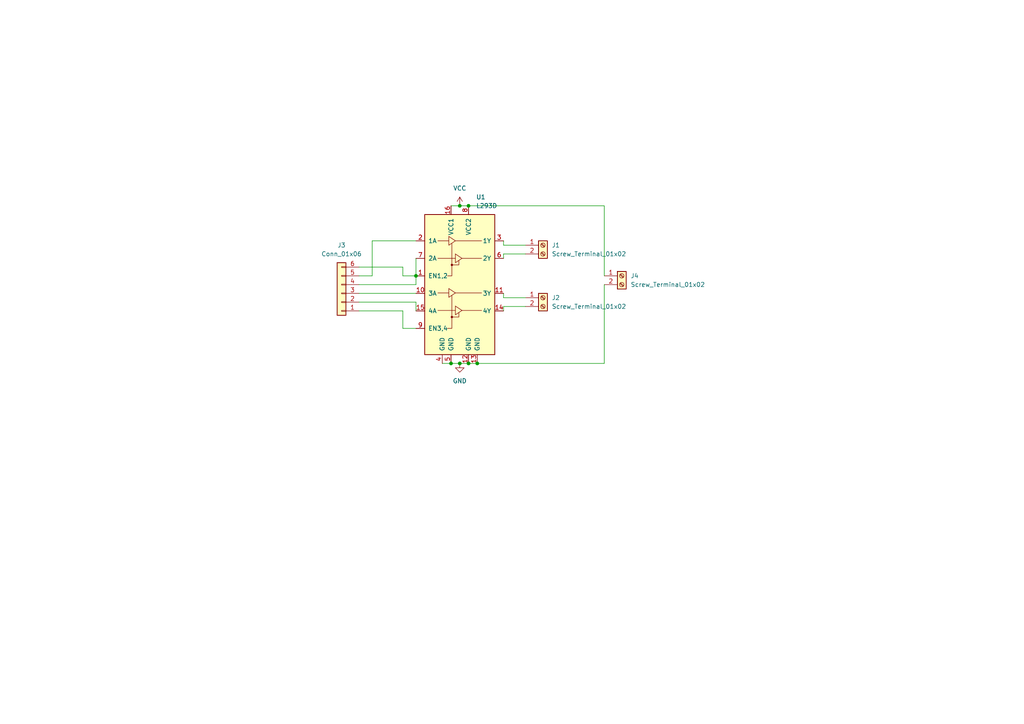
<source format=kicad_sch>
(kicad_sch (version 20231120) (generator "eeschema") (generator_version "8.0")
  (paper "A4")
  (lib_symbols
    (symbol "Connector:Screw_Terminal_01x02" (pin_names (offset 1.016) hide)
      (property "Reference" "J" (at 0 2.54 0))
      (property "Value" "Screw_Terminal_01x02" (at 0 -5.08 0))
      (symbol "Screw_Terminal_01x02_1_1"
        (rectangle (start -1.27 1.27) (end 1.27 -3.81) (stroke (width 0.254)) (fill (type background)))
        (circle (center 0 -2.54) (radius 0.635) (stroke (width 0.1524)))
        (polyline (pts (xy -0.5334 -2.2098) (xy 0.3302 -3.048)) (stroke (width 0.1524)))
        (polyline (pts (xy -0.5334 0.3302) (xy 0.3302 -0.508)) (stroke (width 0.1524)))
        (polyline (pts (xy -0.3556 -2.032) (xy 0.508 -2.8702)) (stroke (width 0.1524)))
        (polyline (pts (xy -0.3556 0.508) (xy 0.508 -0.3302)) (stroke (width 0.1524)))
        (circle (center 0 0) (radius 0.635) (stroke (width 0.1524)))
        (pin passive line (at -5.08 0 0) (length 3.81) (name "Pin_1") (number "1"))
        (pin passive line (at -5.08 -2.54 0) (length 3.81) (name "Pin_2") (number "2"))
      )
    )
    (symbol "Connector_Generic:Conn_01x06" (pin_names (offset 1.016) hide)
      (property "Reference" "J" (at 0 7.62 0))
      (property "Value" "Conn_01x06" (at 0 -10.16 0))
      (symbol "Conn_01x06_1_1"
        (rectangle (start -1.27 -7.493) (end 0 -7.747) (stroke (width 0.1524)))
        (rectangle (start -1.27 -4.953) (end 0 -5.207) (stroke (width 0.1524)))
        (rectangle (start -1.27 -2.413) (end 0 -2.667) (stroke (width 0.1524)))
        (rectangle (start -1.27 0.127) (end 0 -0.127) (stroke (width 0.1524)))
        (rectangle (start -1.27 2.667) (end 0 2.413) (stroke (width 0.1524)))
        (rectangle (start -1.27 5.207) (end 0 4.953) (stroke (width 0.1524)))
        (rectangle (start -1.27 6.35) (end 1.27 -8.89) (stroke (width 0.254)) (fill (type background)))
        (pin passive line (at -5.08 5.08 0) (length 3.81) (name "Pin_1") (number "1"))
        (pin passive line (at -5.08 2.54 0) (length 3.81) (name "Pin_2") (number "2"))
        (pin passive line (at -5.08 0 0) (length 3.81) (name "Pin_3") (number "3"))
        (pin passive line (at -5.08 -2.54 0) (length 3.81) (name "Pin_4") (number "4"))
        (pin passive line (at -5.08 -5.08 0) (length 3.81) (name "Pin_5") (number "5"))
        (pin passive line (at -5.08 -7.62 0) (length 3.81) (name "Pin_6") (number "6"))
      )
    )
    (symbol "Driver_Motor:L293D" (pin_names (offset 1.016))
      (property "Reference" "U" (at -5.08 26.035 0))
      (property "Value" "L293D" (at -5.08 24.13 0))
      (symbol "L293D_0_1"
        (rectangle (start -10.16 22.86) (end 10.16 -17.78) (stroke (width 0.254)) (fill (type background)))
        (circle (center -2.286 -6.858) (radius 0.254) (fill (type outline)))
        (circle (center -2.286 8.255) (radius 0.254) (fill (type outline)))
        (polyline (pts (xy -6.35 -4.953) (xy -1.27 -4.953)))
        (polyline (pts (xy -6.35 0.127) (xy -3.175 0.127)))
        (polyline (pts (xy -6.35 10.16) (xy -1.27 10.16)))
        (polyline (pts (xy -6.35 15.24) (xy -3.175 15.24)))
        (polyline (pts (xy -1.27 0.127) (xy 6.35 0.127)))
        (polyline (pts (xy -1.27 15.24) (xy 6.35 15.24)))
        (polyline (pts (xy 0.635 -4.953) (xy 6.35 -4.953)))
        (polyline (pts (xy 0.635 10.16) (xy 6.35 10.16)))
        (polyline (pts (xy -2.286 -6.858) (xy -0.254 -6.858) (xy -0.254 -5.588)))
        (polyline (pts (xy -2.286 -0.635) (xy -2.286 -10.16) (xy -3.556 -10.16)))
        (polyline (pts (xy -2.286 8.255) (xy -0.254 8.255) (xy -0.254 9.525)))
        (polyline (pts (xy -2.286 14.478) (xy -2.286 5.08) (xy -3.556 5.08)))
        (polyline (pts (xy -3.175 1.397) (xy -3.175 -1.143) (xy -1.27 0.127) (xy -3.175 1.397)))
        (polyline (pts (xy -3.175 16.51) (xy -3.175 13.97) (xy -1.27 15.24) (xy -3.175 16.51)))
        (polyline (pts (xy -1.27 -3.683) (xy -1.27 -6.223) (xy 0.635 -4.953) (xy -1.27 -3.683)))
        (polyline (pts (xy -1.27 11.43) (xy -1.27 8.89) (xy 0.635 10.16) (xy -1.27 11.43)))
      )
      (symbol "L293D_1_1"
        (pin input line (at -12.7 5.08 0) (length 2.54) (name "EN1,2") (number "1"))
        (pin input line (at -12.7 0 0) (length 2.54) (name "3A") (number "10"))
        (pin output line (at 12.7 0 180) (length 2.54) (name "3Y") (number "11"))
        (pin power_in line (at 2.54 -20.32 90) (length 2.54) (name "GND") (number "12"))
        (pin power_in line (at 5.08 -20.32 90) (length 2.54) (name "GND") (number "13"))
        (pin output line (at 12.7 -5.08 180) (length 2.54) (name "4Y") (number "14"))
        (pin input line (at -12.7 -5.08 0) (length 2.54) (name "4A") (number "15"))
        (pin power_in line (at -2.54 25.4 270) (length 2.54) (name "VCC1") (number "16"))
        (pin input line (at -12.7 15.24 0) (length 2.54) (name "1A") (number "2"))
        (pin output line (at 12.7 15.24 180) (length 2.54) (name "1Y") (number "3"))
        (pin power_in line (at -5.08 -20.32 90) (length 2.54) (name "GND") (number "4"))
        (pin power_in line (at -2.54 -20.32 90) (length 2.54) (name "GND") (number "5"))
        (pin output line (at 12.7 10.16 180) (length 2.54) (name "2Y") (number "6"))
        (pin input line (at -12.7 10.16 0) (length 2.54) (name "2A") (number "7"))
        (pin power_in line (at 2.54 25.4 270) (length 2.54) (name "VCC2") (number "8"))
        (pin input line (at -12.7 -10.16 0) (length 2.54) (name "EN3,4") (number "9"))
      )
    )
    (symbol "power:GND" (power) (pin_numbers hide) (pin_names (offset 0) hide)
      (property "Value" "GND" (at 0 -3.81 0))
      (symbol "GND_0_1"
        (polyline (pts (xy 0 0) (xy 0 -1.27) (xy 1.27 -1.27) (xy 0 -2.54) (xy -1.27 -1.27) (xy 0 -1.27)))
      )
      (symbol "GND_1_1"
        (pin power_in line (at 0 0 270) (length 0) (name "~") (number "1"))
      )
    )
    (symbol "power:VCC" (power) (pin_numbers hide) (pin_names (offset 0) hide)
      (property "Value" "VCC" (at 0 3.556 0))
      (symbol "VCC_0_1"
        (polyline (pts (xy -0.762 1.27) (xy 0 2.54)))
        (polyline (pts (xy 0 0) (xy 0 2.54)))
        (polyline (pts (xy 0 2.54) (xy 0.762 1.27)))
      )
      (symbol "VCC_1_1"
        (pin power_in line (at 0 0 90) (length 0) (name "~") (number "1"))
      )
    )
  )
  (junction (at 135.89 59.69))
  (junction (at 138.43 105.41))
  (junction (at 130.81 105.41))
  (junction (at 133.35 59.69))
  (junction (at 135.89 105.41))
  (junction (at 133.35 105.41))
  (junction (at 120.65 80.01))
  (wire (pts (xy 120.65 80.01) (xy 120.65 74.93)))
  (wire (pts (xy 130.81 105.41) (xy 133.35 105.41)))
  (wire (pts (xy 135.89 105.41) (xy 138.43 105.41)))
  (wire (pts (xy 107.95 80.01) (xy 104.14 80.01)))
  (wire (pts (xy 130.81 59.69) (xy 133.35 59.69)))
  (wire (pts (xy 104.14 82.55) (xy 120.65 82.55)))
  (wire (pts (xy 175.26 105.41) (xy 175.26 82.55)))
  (wire (pts (xy 120.65 90.17) (xy 120.65 87.63)))
  (wire (pts (xy 116.84 90.17) (xy 116.84 95.25)))
  (wire (pts (xy 104.14 90.17) (xy 116.84 90.17)))
  (wire (pts (xy 120.65 82.55) (xy 120.65 80.01)))
  (wire (pts (xy 175.26 80.01) (xy 175.26 59.69)))
  (wire (pts (xy 146.05 71.12) (xy 146.05 69.85)))
  (wire (pts (xy 146.05 73.66) (xy 146.05 74.93)))
  (wire (pts (xy 128.27 105.41) (xy 130.81 105.41)))
  (wire (pts (xy 133.35 59.69) (xy 135.89 59.69)))
  (wire (pts (xy 104.14 87.63) (xy 120.65 87.63)))
  (wire (pts (xy 107.95 69.85) (xy 107.95 80.01)))
  (wire (pts (xy 116.84 80.01) (xy 116.84 77.47)))
  (wire (pts (xy 152.4 73.66) (xy 146.05 73.66)))
  (wire (pts (xy 104.14 85.09) (xy 120.65 85.09)))
  (wire (pts (xy 133.35 105.41) (xy 135.89 105.41)))
  (wire (pts (xy 146.05 88.9) (xy 146.05 90.17)))
  (wire (pts (xy 146.05 86.36) (xy 146.05 85.09)))
  (wire (pts (xy 146.05 86.36) (xy 152.4 86.36)))
  (wire (pts (xy 146.05 88.9) (xy 152.4 88.9)))
  (wire (pts (xy 138.43 105.41) (xy 175.26 105.41)))
  (wire (pts (xy 135.89 59.69) (xy 175.26 59.69)))
  (wire (pts (xy 116.84 95.25) (xy 120.65 95.25)))
  (wire (pts (xy 116.84 77.47) (xy 104.14 77.47)))
  (wire (pts (xy 120.65 69.85) (xy 107.95 69.85)))
  (wire (pts (xy 120.65 80.01) (xy 116.84 80.01)))
  (wire (pts (xy 146.05 71.12) (xy 152.4 71.12)))
  (symbol (lib_id "Connector:Screw_Terminal_01x02") (at 157.48 71.12 0) (unit 1)
    (property "Reference" "J1" (at 160.02 71.1199 0) (effects (justify left)))
    (property "Value" "Screw_Terminal_01x02" (at 160.02 73.6599 0) (effects (justify left)))
    (property "Footprint" "TerminalBlock_Phoenix:TerminalBlock_Phoenix_MKDS-1,5-2-5.08_1x02_P5.08mm_Horizontal" (effects (hide yes)))
    (property "Description" "Generic screw terminal, single row, 01x02, script generated (kicad-library-utils/schlib/autogen/connector/)" (effects (hide yes)))
  )
  (symbol (lib_id "Connector:Screw_Terminal_01x02") (at 157.48 86.36 0) (unit 1)
    (property "Reference" "J2" (at 160.02 86.3599 0) (effects (justify left)))
    (property "Value" "Screw_Terminal_01x02" (at 160.02 88.8999 0) (effects (justify left)))
    (property "Footprint" "TerminalBlock_Phoenix:TerminalBlock_Phoenix_MKDS-1,5-2-5.08_1x02_P5.08mm_Horizontal" (effects (hide yes)))
    (property "Description" "Generic screw terminal, single row, 01x02, script generated (kicad-library-utils/schlib/autogen/connector/)" (effects (hide yes)))
  )
  (symbol (lib_id "power:GND") (at 133.35 105.41 0) (unit 1)
    (property "Reference" "#PWR01" (effects (hide yes)))
    (property "Value" "GND" (at 133.35 110.49 0))
    (property "Description" "Power symbol creates a global label with name \"GND\" , ground" (effects (hide yes)))
  )
  (symbol (lib_id "Driver_Motor:L293D") (at 133.35 85.09 0) (unit 1)
    (property "Reference" "U1" (at 138.0841 57.15 0) (effects (justify left)))
    (property "Value" "L293D" (at 138.0841 59.69 0) (effects (justify left)))
    (property "Footprint" "Package_DIP:DIP-16_W7.62mm" (effects (hide yes)))
    (property "Datasheet" "http://www.ti.com/lit/ds/symlink/l293.pdf" (effects (hide yes)))
    (property "Description" "Quadruple Half-H Drivers" (effects (hide yes)))
  )
  (symbol (lib_id "power:VCC") (at 133.35 59.69 0) (unit 1)
    (property "Reference" "#PWR02" (effects (hide yes)))
    (property "Value" "VCC" (at 133.35 54.61 0))
    (property "Description" "Power symbol creates a global label with name \"VCC\"" (effects (hide yes)))
  )
  (symbol (lib_id "Connector:Screw_Terminal_01x02") (at 180.34 80.01 0) (unit 1)
    (property "Reference" "J4" (at 182.88 80.0099 0) (effects (justify left)))
    (property "Value" "Screw_Terminal_01x02" (at 182.88 82.5499 0) (effects (justify left)))
    (property "Footprint" "TerminalBlock_Phoenix:TerminalBlock_Phoenix_MKDS-1,5-2-5.08_1x02_P5.08mm_Horizontal" (effects (hide yes)))
    (property "Description" "Generic screw terminal, single row, 01x02, script generated (kicad-library-utils/schlib/autogen/connector/)" (effects (hide yes)))
  )
  (symbol (lib_id "Connector_Generic:Conn_01x06") (at 99.06 85.09 180) (unit 1)
    (property "Reference" "J3" (at 99.06 71.12 0))
    (property "Value" "Conn_01x06" (at 99.06 73.66 0))
    (property "Footprint" "Connector_PinSocket_2.54mm:PinSocket_1x06_P2.54mm_Vertical" (effects (hide yes)))
    (property "Description" "Generic connector, single row, 01x06, script generated (kicad-library-utils/schlib/autogen/connector/)" (effects (hide yes)))
  )
)
</source>
